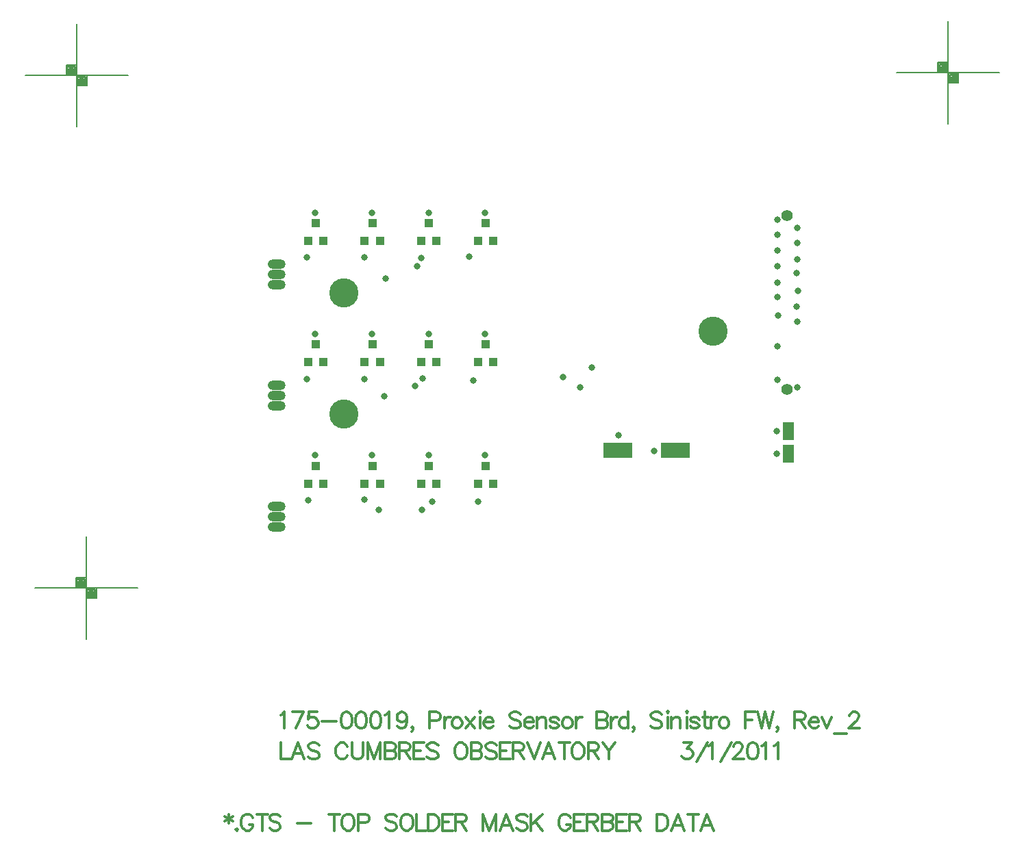
<source format=gts>
%FSLAX23Y23*%
%MOIN*%
G70*
G01*
G75*
G04 Layer_Color=8388736*
%ADD10R,0.036X0.036*%
%ADD11R,0.048X0.078*%
%ADD12R,0.135X0.070*%
%ADD13C,0.010*%
%ADD14C,0.012*%
%ADD15C,0.008*%
%ADD16C,0.012*%
%ADD17C,0.012*%
%ADD18C,0.134*%
%ADD19C,0.047*%
%ADD20O,0.079X0.039*%
%ADD21O,0.079X0.039*%
%ADD22C,0.024*%
%ADD23C,0.040*%
%ADD24C,0.174*%
%ADD25C,0.087*%
%ADD26C,0.068*%
G04:AMPARAMS|DCode=27|XSize=87.559mil|YSize=87.559mil|CornerRadius=0mil|HoleSize=0mil|Usage=FLASHONLY|Rotation=0.000|XOffset=0mil|YOffset=0mil|HoleType=Round|Shape=Relief|Width=10mil|Gap=10mil|Entries=4|*
%AMTHD27*
7,0,0,0.088,0.068,0.010,45*
%
%ADD27THD27*%
G04:AMPARAMS|DCode=28|XSize=70mil|YSize=70mil|CornerRadius=0mil|HoleSize=0mil|Usage=FLASHONLY|Rotation=0.000|XOffset=0mil|YOffset=0mil|HoleType=Round|Shape=Relief|Width=10mil|Gap=10mil|Entries=4|*
%AMTHD28*
7,0,0,0.070,0.050,0.010,45*
%
%ADD28THD28*%
%ADD29C,0.050*%
%ADD30R,0.050X0.050*%
%ADD31R,0.050X0.050*%
%ADD32R,0.085X0.022*%
%ADD33C,0.025*%
%ADD34C,0.006*%
%ADD35C,0.007*%
%ADD36C,0.005*%
%ADD37R,0.122X0.163*%
%ADD38R,0.044X0.044*%
%ADD39R,0.056X0.086*%
%ADD40R,0.143X0.078*%
%ADD41C,0.142*%
%ADD42C,0.055*%
%ADD43O,0.087X0.047*%
%ADD44O,0.087X0.047*%
%ADD45C,0.032*%
D14*
X14708Y10102D02*
Y10056D01*
X14689Y10090D02*
X14727Y10067D01*
Y10090D02*
X14689Y10067D01*
X14747Y10029D02*
X14743Y10026D01*
X14747Y10022D01*
X14751Y10026D01*
X14747Y10029D01*
X14826Y10083D02*
X14822Y10090D01*
X14814Y10098D01*
X14807Y10102D01*
X14791D01*
X14784Y10098D01*
X14776Y10090D01*
X14772Y10083D01*
X14769Y10071D01*
Y10052D01*
X14772Y10041D01*
X14776Y10033D01*
X14784Y10026D01*
X14791Y10022D01*
X14807D01*
X14814Y10026D01*
X14822Y10033D01*
X14826Y10041D01*
Y10052D01*
X14807D02*
X14826D01*
X14871Y10102D02*
Y10022D01*
X14844Y10102D02*
X14897D01*
X14960Y10090D02*
X14953Y10098D01*
X14941Y10102D01*
X14926D01*
X14914Y10098D01*
X14907Y10090D01*
Y10083D01*
X14911Y10075D01*
X14914Y10071D01*
X14922Y10067D01*
X14945Y10060D01*
X14953Y10056D01*
X14956Y10052D01*
X14960Y10045D01*
Y10033D01*
X14953Y10026D01*
X14941Y10022D01*
X14926D01*
X14914Y10026D01*
X14907Y10033D01*
X15041Y10056D02*
X15109D01*
X15223Y10102D02*
Y10022D01*
X15196Y10102D02*
X15249D01*
X15282D02*
X15274Y10098D01*
X15266Y10090D01*
X15263Y10083D01*
X15259Y10071D01*
Y10052D01*
X15263Y10041D01*
X15266Y10033D01*
X15274Y10026D01*
X15282Y10022D01*
X15297D01*
X15304Y10026D01*
X15312Y10033D01*
X15316Y10041D01*
X15320Y10052D01*
Y10071D01*
X15316Y10083D01*
X15312Y10090D01*
X15304Y10098D01*
X15297Y10102D01*
X15282D01*
X15338Y10060D02*
X15373D01*
X15384Y10064D01*
X15388Y10067D01*
X15392Y10075D01*
Y10086D01*
X15388Y10094D01*
X15384Y10098D01*
X15373Y10102D01*
X15338D01*
Y10022D01*
X15526Y10090D02*
X15518Y10098D01*
X15507Y10102D01*
X15491D01*
X15480Y10098D01*
X15472Y10090D01*
Y10083D01*
X15476Y10075D01*
X15480Y10071D01*
X15488Y10067D01*
X15511Y10060D01*
X15518Y10056D01*
X15522Y10052D01*
X15526Y10045D01*
Y10033D01*
X15518Y10026D01*
X15507Y10022D01*
X15491D01*
X15480Y10026D01*
X15472Y10033D01*
X15567Y10102D02*
X15559Y10098D01*
X15551Y10090D01*
X15547Y10083D01*
X15544Y10071D01*
Y10052D01*
X15547Y10041D01*
X15551Y10033D01*
X15559Y10026D01*
X15567Y10022D01*
X15582D01*
X15589Y10026D01*
X15597Y10033D01*
X15601Y10041D01*
X15605Y10052D01*
Y10071D01*
X15601Y10083D01*
X15597Y10090D01*
X15589Y10098D01*
X15582Y10102D01*
X15567D01*
X15623D02*
Y10022D01*
X15669D01*
X15678Y10102D02*
Y10022D01*
Y10102D02*
X15704D01*
X15716Y10098D01*
X15723Y10090D01*
X15727Y10083D01*
X15731Y10071D01*
Y10052D01*
X15727Y10041D01*
X15723Y10033D01*
X15716Y10026D01*
X15704Y10022D01*
X15678D01*
X15798Y10102D02*
X15749D01*
Y10022D01*
X15798D01*
X15749Y10064D02*
X15779D01*
X15812Y10102D02*
Y10022D01*
Y10102D02*
X15846D01*
X15858Y10098D01*
X15861Y10094D01*
X15865Y10086D01*
Y10079D01*
X15861Y10071D01*
X15858Y10067D01*
X15846Y10064D01*
X15812D01*
X15838D02*
X15865Y10022D01*
X15946Y10102D02*
Y10022D01*
Y10102D02*
X15976Y10022D01*
X16007Y10102D02*
X15976Y10022D01*
X16007Y10102D02*
Y10022D01*
X16091D02*
X16060Y10102D01*
X16030Y10022D01*
X16041Y10048D02*
X16079D01*
X16163Y10090D02*
X16155Y10098D01*
X16144Y10102D01*
X16128D01*
X16117Y10098D01*
X16109Y10090D01*
Y10083D01*
X16113Y10075D01*
X16117Y10071D01*
X16125Y10067D01*
X16147Y10060D01*
X16155Y10056D01*
X16159Y10052D01*
X16163Y10045D01*
Y10033D01*
X16155Y10026D01*
X16144Y10022D01*
X16128D01*
X16117Y10026D01*
X16109Y10033D01*
X16180Y10102D02*
Y10022D01*
X16234Y10102D02*
X16180Y10048D01*
X16200Y10067D02*
X16234Y10022D01*
X16372Y10083D02*
X16368Y10090D01*
X16360Y10098D01*
X16353Y10102D01*
X16337D01*
X16330Y10098D01*
X16322Y10090D01*
X16318Y10083D01*
X16315Y10071D01*
Y10052D01*
X16318Y10041D01*
X16322Y10033D01*
X16330Y10026D01*
X16337Y10022D01*
X16353D01*
X16360Y10026D01*
X16368Y10033D01*
X16372Y10041D01*
Y10052D01*
X16353D02*
X16372D01*
X16439Y10102D02*
X16390D01*
Y10022D01*
X16439D01*
X16390Y10064D02*
X16420D01*
X16453Y10102D02*
Y10022D01*
Y10102D02*
X16487D01*
X16499Y10098D01*
X16502Y10094D01*
X16506Y10086D01*
Y10079D01*
X16502Y10071D01*
X16499Y10067D01*
X16487Y10064D01*
X16453D01*
X16479D02*
X16506Y10022D01*
X16524Y10102D02*
Y10022D01*
Y10102D02*
X16558D01*
X16570Y10098D01*
X16574Y10094D01*
X16577Y10086D01*
Y10079D01*
X16574Y10071D01*
X16570Y10067D01*
X16558Y10064D01*
X16524D02*
X16558D01*
X16570Y10060D01*
X16574Y10056D01*
X16577Y10048D01*
Y10037D01*
X16574Y10029D01*
X16570Y10026D01*
X16558Y10022D01*
X16524D01*
X16645Y10102D02*
X16595D01*
Y10022D01*
X16645D01*
X16595Y10064D02*
X16626D01*
X16658Y10102D02*
Y10022D01*
Y10102D02*
X16692D01*
X16704Y10098D01*
X16708Y10094D01*
X16711Y10086D01*
Y10079D01*
X16708Y10071D01*
X16704Y10067D01*
X16692Y10064D01*
X16658D01*
X16685D02*
X16711Y10022D01*
X16792Y10102D02*
Y10022D01*
Y10102D02*
X16819D01*
X16830Y10098D01*
X16838Y10090D01*
X16842Y10083D01*
X16845Y10071D01*
Y10052D01*
X16842Y10041D01*
X16838Y10033D01*
X16830Y10026D01*
X16819Y10022D01*
X16792D01*
X16924D02*
X16894Y10102D01*
X16863Y10022D01*
X16875Y10048D02*
X16913D01*
X16970Y10102D02*
Y10022D01*
X16943Y10102D02*
X16996D01*
X17067Y10022D02*
X17036Y10102D01*
X17006Y10022D01*
X17017Y10048D02*
X17055D01*
D15*
X17958Y13715D02*
X18458D01*
X18208Y13465D02*
Y13965D01*
X18158Y13715D02*
Y13765D01*
X18208D01*
X18258Y13665D02*
Y13715D01*
X18208Y13665D02*
X18258D01*
X18213Y13710D02*
X18253D01*
Y13670D02*
Y13710D01*
X18213Y13670D02*
X18253D01*
X18213D02*
Y13710D01*
X18218Y13705D02*
X18248D01*
Y13675D02*
Y13705D01*
X18218Y13675D02*
X18248D01*
X18218D02*
Y13700D01*
X18223D02*
X18243D01*
Y13680D02*
Y13700D01*
X18223Y13680D02*
X18243D01*
X18223D02*
Y13695D01*
X18228D02*
X18238D01*
Y13685D02*
Y13695D01*
X18228Y13685D02*
X18238D01*
X18228D02*
Y13695D01*
Y13690D02*
X18238D01*
X18163Y13760D02*
X18203D01*
Y13720D02*
Y13760D01*
X18163Y13720D02*
X18203D01*
X18163D02*
Y13760D01*
X18168Y13755D02*
X18198D01*
Y13725D02*
Y13755D01*
X18168Y13725D02*
X18198D01*
X18168D02*
Y13750D01*
X18173D02*
X18193D01*
Y13730D02*
Y13750D01*
X18173Y13730D02*
X18193D01*
X18173D02*
Y13745D01*
X18178D02*
X18188D01*
Y13735D02*
Y13745D01*
X18178Y13735D02*
X18188D01*
X18178D02*
Y13745D01*
Y13740D02*
X18188D01*
X13765Y11203D02*
X14265D01*
X14015Y10953D02*
Y11453D01*
X13965Y11203D02*
Y11253D01*
X14015D01*
X14065Y11153D02*
Y11203D01*
X14015Y11153D02*
X14065D01*
X14020Y11198D02*
X14060D01*
Y11158D02*
Y11198D01*
X14020Y11158D02*
X14060D01*
X14020D02*
Y11198D01*
X14025Y11193D02*
X14055D01*
Y11163D02*
Y11193D01*
X14025Y11163D02*
X14055D01*
X14025D02*
Y11188D01*
X14030D02*
X14050D01*
Y11168D02*
Y11188D01*
X14030Y11168D02*
X14050D01*
X14030D02*
Y11183D01*
X14035D02*
X14045D01*
Y11173D02*
Y11183D01*
X14035Y11173D02*
X14045D01*
X14035D02*
Y11183D01*
Y11178D02*
X14045D01*
X13970Y11248D02*
X14010D01*
Y11208D02*
Y11248D01*
X13970Y11208D02*
X14010D01*
X13970D02*
Y11248D01*
X13975Y11243D02*
X14005D01*
Y11213D02*
Y11243D01*
X13975Y11213D02*
X14005D01*
X13975D02*
Y11238D01*
X13980D02*
X14000D01*
Y11218D02*
Y11238D01*
X13980Y11218D02*
X14000D01*
X13980D02*
Y11233D01*
X13985D02*
X13995D01*
Y11223D02*
Y11233D01*
X13985Y11223D02*
X13995D01*
X13985D02*
Y11233D01*
Y11228D02*
X13995D01*
X13718Y13699D02*
X14218D01*
X13968Y13449D02*
Y13949D01*
X13918Y13699D02*
Y13749D01*
X13968D01*
X14018Y13649D02*
Y13699D01*
X13968Y13649D02*
X14018D01*
X13973Y13694D02*
X14013D01*
Y13654D02*
Y13694D01*
X13973Y13654D02*
X14013D01*
X13973D02*
Y13694D01*
X13978Y13689D02*
X14008D01*
Y13659D02*
Y13689D01*
X13978Y13659D02*
X14008D01*
X13978D02*
Y13684D01*
X13983D02*
X14003D01*
Y13664D02*
Y13684D01*
X13983Y13664D02*
X14003D01*
X13983D02*
Y13679D01*
X13988D02*
X13998D01*
Y13669D02*
Y13679D01*
X13988Y13669D02*
X13998D01*
X13988D02*
Y13679D01*
Y13674D02*
X13998D01*
X13923Y13744D02*
X13963D01*
Y13704D02*
Y13744D01*
X13923Y13704D02*
X13963D01*
X13923D02*
Y13744D01*
X13928Y13739D02*
X13958D01*
Y13709D02*
Y13739D01*
X13928Y13709D02*
X13958D01*
X13928D02*
Y13734D01*
X13933D02*
X13953D01*
Y13714D02*
Y13734D01*
X13933Y13714D02*
X13953D01*
X13933D02*
Y13729D01*
X13938D02*
X13948D01*
Y13719D02*
Y13729D01*
X13938Y13719D02*
X13948D01*
X13938D02*
Y13729D01*
Y13724D02*
X13948D01*
D16*
X14961Y10584D02*
X14969Y10588D01*
X14980Y10599D01*
Y10519D01*
X15073Y10599D02*
X15035Y10519D01*
X15020Y10599D02*
X15073D01*
X15137D02*
X15099D01*
X15095Y10565D01*
X15099Y10569D01*
X15110Y10573D01*
X15121D01*
X15133Y10569D01*
X15140Y10561D01*
X15144Y10550D01*
Y10542D01*
X15140Y10531D01*
X15133Y10523D01*
X15121Y10519D01*
X15110D01*
X15099Y10523D01*
X15095Y10527D01*
X15091Y10535D01*
X15162Y10554D02*
X15231D01*
X15277Y10599D02*
X15266Y10595D01*
X15258Y10584D01*
X15254Y10565D01*
Y10554D01*
X15258Y10535D01*
X15266Y10523D01*
X15277Y10519D01*
X15285D01*
X15296Y10523D01*
X15304Y10535D01*
X15308Y10554D01*
Y10565D01*
X15304Y10584D01*
X15296Y10595D01*
X15285Y10599D01*
X15277D01*
X15348D02*
X15337Y10595D01*
X15329Y10584D01*
X15326Y10565D01*
Y10554D01*
X15329Y10535D01*
X15337Y10523D01*
X15348Y10519D01*
X15356D01*
X15367Y10523D01*
X15375Y10535D01*
X15379Y10554D01*
Y10565D01*
X15375Y10584D01*
X15367Y10595D01*
X15356Y10599D01*
X15348D01*
X15420D02*
X15408Y10595D01*
X15401Y10584D01*
X15397Y10565D01*
Y10554D01*
X15401Y10535D01*
X15408Y10523D01*
X15420Y10519D01*
X15427D01*
X15439Y10523D01*
X15446Y10535D01*
X15450Y10554D01*
Y10565D01*
X15446Y10584D01*
X15439Y10595D01*
X15427Y10599D01*
X15420D01*
X15468Y10584D02*
X15476Y10588D01*
X15487Y10599D01*
Y10519D01*
X15576Y10573D02*
X15572Y10561D01*
X15565Y10554D01*
X15553Y10550D01*
X15549D01*
X15538Y10554D01*
X15530Y10561D01*
X15527Y10573D01*
Y10576D01*
X15530Y10588D01*
X15538Y10595D01*
X15549Y10599D01*
X15553D01*
X15565Y10595D01*
X15572Y10588D01*
X15576Y10573D01*
Y10554D01*
X15572Y10535D01*
X15565Y10523D01*
X15553Y10519D01*
X15546D01*
X15534Y10523D01*
X15530Y10531D01*
X15605Y10523D02*
X15602Y10519D01*
X15598Y10523D01*
X15602Y10527D01*
X15605Y10523D01*
Y10515D01*
X15602Y10508D01*
X15598Y10504D01*
X15686Y10557D02*
X15720D01*
X15732Y10561D01*
X15735Y10565D01*
X15739Y10573D01*
Y10584D01*
X15735Y10592D01*
X15732Y10595D01*
X15720Y10599D01*
X15686D01*
Y10519D01*
X15757Y10573D02*
Y10519D01*
Y10550D02*
X15761Y10561D01*
X15768Y10569D01*
X15776Y10573D01*
X15788D01*
X15814D02*
X15806Y10569D01*
X15799Y10561D01*
X15795Y10550D01*
Y10542D01*
X15799Y10531D01*
X15806Y10523D01*
X15814Y10519D01*
X15825D01*
X15833Y10523D01*
X15840Y10531D01*
X15844Y10542D01*
Y10550D01*
X15840Y10561D01*
X15833Y10569D01*
X15825Y10573D01*
X15814D01*
X15862D02*
X15904Y10519D01*
Y10573D02*
X15862Y10519D01*
X15928Y10599D02*
X15932Y10595D01*
X15936Y10599D01*
X15932Y10603D01*
X15928Y10599D01*
X15932Y10573D02*
Y10519D01*
X15950Y10550D02*
X15995D01*
Y10557D01*
X15992Y10565D01*
X15988Y10569D01*
X15980Y10573D01*
X15969D01*
X15961Y10569D01*
X15954Y10561D01*
X15950Y10550D01*
Y10542D01*
X15954Y10531D01*
X15961Y10523D01*
X15969Y10519D01*
X15980D01*
X15988Y10523D01*
X15995Y10531D01*
X16129Y10588D02*
X16121Y10595D01*
X16110Y10599D01*
X16095D01*
X16083Y10595D01*
X16075Y10588D01*
Y10580D01*
X16079Y10573D01*
X16083Y10569D01*
X16091Y10565D01*
X16114Y10557D01*
X16121Y10554D01*
X16125Y10550D01*
X16129Y10542D01*
Y10531D01*
X16121Y10523D01*
X16110Y10519D01*
X16095D01*
X16083Y10523D01*
X16075Y10531D01*
X16147Y10550D02*
X16192D01*
Y10557D01*
X16189Y10565D01*
X16185Y10569D01*
X16177Y10573D01*
X16166D01*
X16158Y10569D01*
X16150Y10561D01*
X16147Y10550D01*
Y10542D01*
X16150Y10531D01*
X16158Y10523D01*
X16166Y10519D01*
X16177D01*
X16185Y10523D01*
X16192Y10531D01*
X16210Y10573D02*
Y10519D01*
Y10557D02*
X16221Y10569D01*
X16229Y10573D01*
X16240D01*
X16248Y10569D01*
X16251Y10557D01*
Y10519D01*
X16314Y10561D02*
X16310Y10569D01*
X16299Y10573D01*
X16288D01*
X16276Y10569D01*
X16272Y10561D01*
X16276Y10554D01*
X16284Y10550D01*
X16303Y10546D01*
X16310Y10542D01*
X16314Y10535D01*
Y10531D01*
X16310Y10523D01*
X16299Y10519D01*
X16288D01*
X16276Y10523D01*
X16272Y10531D01*
X16350Y10573D02*
X16342Y10569D01*
X16335Y10561D01*
X16331Y10550D01*
Y10542D01*
X16335Y10531D01*
X16342Y10523D01*
X16350Y10519D01*
X16361D01*
X16369Y10523D01*
X16377Y10531D01*
X16381Y10542D01*
Y10550D01*
X16377Y10561D01*
X16369Y10569D01*
X16361Y10573D01*
X16350D01*
X16398D02*
Y10519D01*
Y10550D02*
X16402Y10561D01*
X16409Y10569D01*
X16417Y10573D01*
X16429D01*
X16499Y10599D02*
Y10519D01*
Y10599D02*
X16533D01*
X16544Y10595D01*
X16548Y10592D01*
X16552Y10584D01*
Y10576D01*
X16548Y10569D01*
X16544Y10565D01*
X16533Y10561D01*
X16499D02*
X16533D01*
X16544Y10557D01*
X16548Y10554D01*
X16552Y10546D01*
Y10535D01*
X16548Y10527D01*
X16544Y10523D01*
X16533Y10519D01*
X16499D01*
X16570Y10573D02*
Y10519D01*
Y10550D02*
X16574Y10561D01*
X16581Y10569D01*
X16589Y10573D01*
X16600D01*
X16653Y10599D02*
Y10519D01*
Y10561D02*
X16646Y10569D01*
X16638Y10573D01*
X16627D01*
X16619Y10569D01*
X16611Y10561D01*
X16608Y10550D01*
Y10542D01*
X16611Y10531D01*
X16619Y10523D01*
X16627Y10519D01*
X16638D01*
X16646Y10523D01*
X16653Y10531D01*
X16682Y10523D02*
X16678Y10519D01*
X16675Y10523D01*
X16678Y10527D01*
X16682Y10523D01*
Y10515D01*
X16678Y10508D01*
X16675Y10504D01*
X16816Y10588D02*
X16808Y10595D01*
X16797Y10599D01*
X16782D01*
X16770Y10595D01*
X16763Y10588D01*
Y10580D01*
X16766Y10573D01*
X16770Y10569D01*
X16778Y10565D01*
X16801Y10557D01*
X16808Y10554D01*
X16812Y10550D01*
X16816Y10542D01*
Y10531D01*
X16808Y10523D01*
X16797Y10519D01*
X16782D01*
X16770Y10523D01*
X16763Y10531D01*
X16841Y10599D02*
X16845Y10595D01*
X16849Y10599D01*
X16845Y10603D01*
X16841Y10599D01*
X16845Y10573D02*
Y10519D01*
X16863Y10573D02*
Y10519D01*
Y10557D02*
X16875Y10569D01*
X16882Y10573D01*
X16894D01*
X16901Y10569D01*
X16905Y10557D01*
Y10519D01*
X16934Y10599D02*
X16937Y10595D01*
X16941Y10599D01*
X16937Y10603D01*
X16934Y10599D01*
X16937Y10573D02*
Y10519D01*
X16997Y10561D02*
X16993Y10569D01*
X16982Y10573D01*
X16971D01*
X16959Y10569D01*
X16955Y10561D01*
X16959Y10554D01*
X16967Y10550D01*
X16986Y10546D01*
X16993Y10542D01*
X16997Y10535D01*
Y10531D01*
X16993Y10523D01*
X16982Y10519D01*
X16971D01*
X16959Y10523D01*
X16955Y10531D01*
X17025Y10599D02*
Y10535D01*
X17029Y10523D01*
X17037Y10519D01*
X17044D01*
X17014Y10573D02*
X17041D01*
X17056D02*
Y10519D01*
Y10550D02*
X17060Y10561D01*
X17067Y10569D01*
X17075Y10573D01*
X17086D01*
X17113D02*
X17105Y10569D01*
X17097Y10561D01*
X17094Y10550D01*
Y10542D01*
X17097Y10531D01*
X17105Y10523D01*
X17113Y10519D01*
X17124D01*
X17132Y10523D01*
X17139Y10531D01*
X17143Y10542D01*
Y10550D01*
X17139Y10561D01*
X17132Y10569D01*
X17124Y10573D01*
X17113D01*
X17223Y10599D02*
Y10519D01*
Y10599D02*
X17273D01*
X17223Y10561D02*
X17254D01*
X17282Y10599D02*
X17301Y10519D01*
X17320Y10599D02*
X17301Y10519D01*
X17320Y10599D02*
X17339Y10519D01*
X17358Y10599D02*
X17339Y10519D01*
X17382Y10523D02*
X17378Y10519D01*
X17374Y10523D01*
X17378Y10527D01*
X17382Y10523D01*
Y10515D01*
X17378Y10508D01*
X17374Y10504D01*
X17462Y10599D02*
Y10519D01*
Y10599D02*
X17496D01*
X17508Y10595D01*
X17512Y10592D01*
X17516Y10584D01*
Y10576D01*
X17512Y10569D01*
X17508Y10565D01*
X17496Y10561D01*
X17462D01*
X17489D02*
X17516Y10519D01*
X17533Y10550D02*
X17579D01*
Y10557D01*
X17575Y10565D01*
X17572Y10569D01*
X17564Y10573D01*
X17552D01*
X17545Y10569D01*
X17537Y10561D01*
X17533Y10550D01*
Y10542D01*
X17537Y10531D01*
X17545Y10523D01*
X17552Y10519D01*
X17564D01*
X17572Y10523D01*
X17579Y10531D01*
X17596Y10573D02*
X17619Y10519D01*
X17642Y10573D02*
X17619Y10519D01*
X17655Y10493D02*
X17716D01*
X17730Y10580D02*
Y10584D01*
X17734Y10592D01*
X17738Y10595D01*
X17745Y10599D01*
X17760D01*
X17768Y10595D01*
X17772Y10592D01*
X17776Y10584D01*
Y10576D01*
X17772Y10569D01*
X17764Y10557D01*
X17726Y10519D01*
X17779D01*
D17*
X14961Y10449D02*
Y10369D01*
X15007D01*
X15076D02*
X15046Y10449D01*
X15015Y10369D01*
X15027Y10396D02*
X15065D01*
X15148Y10438D02*
X15141Y10445D01*
X15129Y10449D01*
X15114D01*
X15103Y10445D01*
X15095Y10438D01*
Y10430D01*
X15099Y10423D01*
X15103Y10419D01*
X15110Y10415D01*
X15133Y10407D01*
X15141Y10404D01*
X15145Y10400D01*
X15148Y10392D01*
Y10381D01*
X15141Y10373D01*
X15129Y10369D01*
X15114D01*
X15103Y10373D01*
X15095Y10381D01*
X15286Y10430D02*
X15282Y10438D01*
X15275Y10445D01*
X15267Y10449D01*
X15252D01*
X15244Y10445D01*
X15237Y10438D01*
X15233Y10430D01*
X15229Y10419D01*
Y10400D01*
X15233Y10388D01*
X15237Y10381D01*
X15244Y10373D01*
X15252Y10369D01*
X15267D01*
X15275Y10373D01*
X15282Y10381D01*
X15286Y10388D01*
X15309Y10449D02*
Y10392D01*
X15313Y10381D01*
X15320Y10373D01*
X15332Y10369D01*
X15339D01*
X15351Y10373D01*
X15358Y10381D01*
X15362Y10392D01*
Y10449D01*
X15384D02*
Y10369D01*
Y10449D02*
X15415Y10369D01*
X15445Y10449D02*
X15415Y10369D01*
X15445Y10449D02*
Y10369D01*
X15468Y10449D02*
Y10369D01*
Y10449D02*
X15502D01*
X15514Y10445D01*
X15517Y10442D01*
X15521Y10434D01*
Y10426D01*
X15517Y10419D01*
X15514Y10415D01*
X15502Y10411D01*
X15468D02*
X15502D01*
X15514Y10407D01*
X15517Y10404D01*
X15521Y10396D01*
Y10385D01*
X15517Y10377D01*
X15514Y10373D01*
X15502Y10369D01*
X15468D01*
X15539Y10449D02*
Y10369D01*
Y10449D02*
X15573D01*
X15585Y10445D01*
X15589Y10442D01*
X15593Y10434D01*
Y10426D01*
X15589Y10419D01*
X15585Y10415D01*
X15573Y10411D01*
X15539D01*
X15566D02*
X15593Y10369D01*
X15660Y10449D02*
X15610D01*
Y10369D01*
X15660D01*
X15610Y10411D02*
X15641D01*
X15727Y10438D02*
X15719Y10445D01*
X15708Y10449D01*
X15692D01*
X15681Y10445D01*
X15673Y10438D01*
Y10430D01*
X15677Y10423D01*
X15681Y10419D01*
X15688Y10415D01*
X15711Y10407D01*
X15719Y10404D01*
X15723Y10400D01*
X15727Y10392D01*
Y10381D01*
X15719Y10373D01*
X15708Y10369D01*
X15692D01*
X15681Y10373D01*
X15673Y10381D01*
X15830Y10449D02*
X15823Y10445D01*
X15815Y10438D01*
X15811Y10430D01*
X15807Y10419D01*
Y10400D01*
X15811Y10388D01*
X15815Y10381D01*
X15823Y10373D01*
X15830Y10369D01*
X15845D01*
X15853Y10373D01*
X15861Y10381D01*
X15864Y10388D01*
X15868Y10400D01*
Y10419D01*
X15864Y10430D01*
X15861Y10438D01*
X15853Y10445D01*
X15845Y10449D01*
X15830D01*
X15887D02*
Y10369D01*
Y10449D02*
X15921D01*
X15933Y10445D01*
X15936Y10442D01*
X15940Y10434D01*
Y10426D01*
X15936Y10419D01*
X15933Y10415D01*
X15921Y10411D01*
X15887D02*
X15921D01*
X15933Y10407D01*
X15936Y10404D01*
X15940Y10396D01*
Y10385D01*
X15936Y10377D01*
X15933Y10373D01*
X15921Y10369D01*
X15887D01*
X16011Y10438D02*
X16004Y10445D01*
X15992Y10449D01*
X15977D01*
X15966Y10445D01*
X15958Y10438D01*
Y10430D01*
X15962Y10423D01*
X15966Y10419D01*
X15973Y10415D01*
X15996Y10407D01*
X16004Y10404D01*
X16008Y10400D01*
X16011Y10392D01*
Y10381D01*
X16004Y10373D01*
X15992Y10369D01*
X15977D01*
X15966Y10373D01*
X15958Y10381D01*
X16079Y10449D02*
X16029D01*
Y10369D01*
X16079D01*
X16029Y10411D02*
X16060D01*
X16092Y10449D02*
Y10369D01*
Y10449D02*
X16126D01*
X16138Y10445D01*
X16142Y10442D01*
X16146Y10434D01*
Y10426D01*
X16142Y10419D01*
X16138Y10415D01*
X16126Y10411D01*
X16092D01*
X16119D02*
X16146Y10369D01*
X16163Y10449D02*
X16194Y10369D01*
X16224Y10449D02*
X16194Y10369D01*
X16296D02*
X16265Y10449D01*
X16235Y10369D01*
X16246Y10396D02*
X16284D01*
X16341Y10449D02*
Y10369D01*
X16314Y10449D02*
X16368D01*
X16400D02*
X16392Y10445D01*
X16385Y10438D01*
X16381Y10430D01*
X16377Y10419D01*
Y10400D01*
X16381Y10388D01*
X16385Y10381D01*
X16392Y10373D01*
X16400Y10369D01*
X16415D01*
X16423Y10373D01*
X16430Y10381D01*
X16434Y10388D01*
X16438Y10400D01*
Y10419D01*
X16434Y10430D01*
X16430Y10438D01*
X16423Y10445D01*
X16415Y10449D01*
X16400D01*
X16457D02*
Y10369D01*
Y10449D02*
X16491D01*
X16502Y10445D01*
X16506Y10442D01*
X16510Y10434D01*
Y10426D01*
X16506Y10419D01*
X16502Y10415D01*
X16491Y10411D01*
X16457D01*
X16483D02*
X16510Y10369D01*
X16528Y10449D02*
X16558Y10411D01*
Y10369D01*
X16589Y10449D02*
X16558Y10411D01*
X16921Y10449D02*
X16963D01*
X16940Y10419D01*
X16951D01*
X16959Y10415D01*
X16963Y10411D01*
X16967Y10400D01*
Y10392D01*
X16963Y10381D01*
X16955Y10373D01*
X16944Y10369D01*
X16932D01*
X16921Y10373D01*
X16917Y10377D01*
X16913Y10385D01*
X16985Y10358D02*
X17038Y10449D01*
X17043Y10434D02*
X17051Y10438D01*
X17062Y10449D01*
Y10369D01*
X17102Y10358D02*
X17155Y10449D01*
X17164Y10430D02*
Y10434D01*
X17168Y10442D01*
X17172Y10445D01*
X17180Y10449D01*
X17195D01*
X17202Y10445D01*
X17206Y10442D01*
X17210Y10434D01*
Y10426D01*
X17206Y10419D01*
X17199Y10407D01*
X17161Y10369D01*
X17214D01*
X17255Y10449D02*
X17243Y10445D01*
X17236Y10434D01*
X17232Y10415D01*
Y10404D01*
X17236Y10385D01*
X17243Y10373D01*
X17255Y10369D01*
X17262D01*
X17274Y10373D01*
X17281Y10385D01*
X17285Y10404D01*
Y10415D01*
X17281Y10434D01*
X17274Y10445D01*
X17262Y10449D01*
X17255D01*
X17303Y10434D02*
X17311Y10438D01*
X17322Y10449D01*
Y10369D01*
X17362Y10434D02*
X17369Y10438D01*
X17381Y10449D01*
Y10369D01*
D38*
X15921Y12893D02*
D03*
X15958Y12979D02*
D03*
X15995Y12893D02*
D03*
X15645D02*
D03*
X15682Y12979D02*
D03*
X15719Y12893D02*
D03*
X15370D02*
D03*
X15407Y12979D02*
D03*
X15444Y12893D02*
D03*
X15094D02*
D03*
X15131Y12979D02*
D03*
X15168Y12893D02*
D03*
X15921Y12303D02*
D03*
X15958Y12389D02*
D03*
X15995Y12303D02*
D03*
X15645D02*
D03*
X15682Y12389D02*
D03*
X15719Y12303D02*
D03*
X15370D02*
D03*
X15407Y12389D02*
D03*
X15444Y12303D02*
D03*
X15094D02*
D03*
X15131Y12389D02*
D03*
X15168Y12303D02*
D03*
X15921Y11712D02*
D03*
X15958Y11798D02*
D03*
X15995Y11712D02*
D03*
X15645D02*
D03*
X15682Y11798D02*
D03*
X15719Y11712D02*
D03*
X15370D02*
D03*
X15407Y11798D02*
D03*
X15444Y11712D02*
D03*
X15094D02*
D03*
X15131Y11798D02*
D03*
X15168Y11712D02*
D03*
D39*
X17431Y11968D02*
D03*
Y11858D02*
D03*
D40*
X16601Y11873D02*
D03*
X16881D02*
D03*
D41*
X17066Y12455D02*
D03*
X15269Y12051D02*
D03*
Y12641D02*
D03*
D42*
X17426Y12169D02*
D03*
Y13017D02*
D03*
D43*
X14942Y11500D02*
D03*
Y11550D02*
D03*
X14942Y12090D02*
D03*
Y12140D02*
D03*
Y12681D02*
D03*
Y12731D02*
D03*
D44*
X14942Y11600D02*
D03*
X14942Y12190D02*
D03*
Y12781D02*
D03*
D45*
X15653Y12223D02*
D03*
X15877Y12818D02*
D03*
X15645Y12810D02*
D03*
X15370Y12814D02*
D03*
X15090D02*
D03*
Y12219D02*
D03*
X15370D02*
D03*
X15897Y12215D02*
D03*
X15921Y11625D02*
D03*
X15700D02*
D03*
X15094Y11629D02*
D03*
X15472Y12711D02*
D03*
X15625Y12770D02*
D03*
X15464Y12136D02*
D03*
X15614Y12188D02*
D03*
X15440Y11585D02*
D03*
X15649D02*
D03*
X15956Y13030D02*
D03*
X17378Y12997D02*
D03*
X16417Y12180D02*
D03*
X16334Y12231D02*
D03*
X16476Y12278D02*
D03*
X15956Y11849D02*
D03*
X15681D02*
D03*
X15370Y11633D02*
D03*
X15405Y11849D02*
D03*
X15129D02*
D03*
Y12440D02*
D03*
X15405D02*
D03*
X15681D02*
D03*
X15956D02*
D03*
X15681Y13030D02*
D03*
X15405D02*
D03*
X15129D02*
D03*
X17376Y11968D02*
D03*
Y11858D02*
D03*
X17474Y12182D02*
D03*
X17378Y12218D02*
D03*
X17474Y12956D02*
D03*
X17377Y12924D02*
D03*
X17475Y12884D02*
D03*
X17380Y12848D02*
D03*
X17474Y12805D02*
D03*
X17378Y12772D02*
D03*
X17473Y12738D02*
D03*
X17378Y12691D02*
D03*
X17477Y12650D02*
D03*
X17377Y12619D02*
D03*
X17472Y12574D02*
D03*
X17381Y12532D02*
D03*
X17474Y12499D02*
D03*
X17380Y12380D02*
D03*
X16778Y11872D02*
D03*
X16604Y11946D02*
D03*
M02*

</source>
